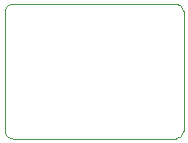
<source format=gbr>
%TF.GenerationSoftware,KiCad,Pcbnew,6.0.7-f9a2dced07~116~ubuntu20.04.1*%
%TF.CreationDate,2022-09-17T13:59:53-07:00*%
%TF.ProjectId,CAN_terminator,43414e5f-7465-4726-9d69-6e61746f722e,rev?*%
%TF.SameCoordinates,Original*%
%TF.FileFunction,Profile,NP*%
%FSLAX46Y46*%
G04 Gerber Fmt 4.6, Leading zero omitted, Abs format (unit mm)*
G04 Created by KiCad (PCBNEW 6.0.7-f9a2dced07~116~ubuntu20.04.1) date 2022-09-17 13:59:53*
%MOMM*%
%LPD*%
G01*
G04 APERTURE LIST*
%TA.AperFunction,Profile*%
%ADD10C,0.100000*%
%TD*%
G04 APERTURE END LIST*
D10*
X159893000Y-123825000D02*
G75*
G03*
X160528000Y-123190000I0J635000D01*
G01*
X146050000Y-112395000D02*
G75*
G03*
X145415000Y-113030000I0J-635000D01*
G01*
X145415000Y-113030000D02*
X145415000Y-123190000D01*
X160528000Y-113030000D02*
X160528000Y-123190000D01*
X146050000Y-123825000D02*
X159893000Y-123825000D01*
X145415000Y-123190000D02*
G75*
G03*
X146050000Y-123825000I635000J0D01*
G01*
X146050000Y-112395000D02*
X159893000Y-112395000D01*
X160528000Y-113030000D02*
G75*
G03*
X159893000Y-112395000I-635000J0D01*
G01*
M02*

</source>
